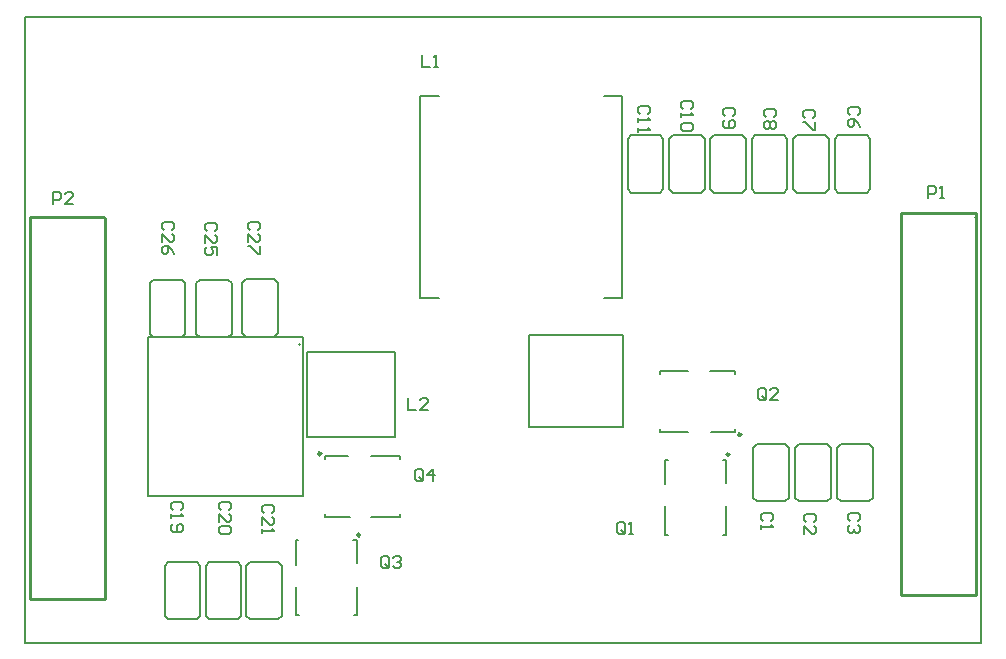
<source format=gto>
%FSLAX25Y25*%
%MOIN*%
G70*
G01*
G75*
%ADD10R,0.14410X0.09843*%
%ADD11R,0.14410X0.07874*%
%ADD12R,0.01969X0.06299*%
%ADD13R,0.03543X0.02126*%
%ADD14R,0.48504X0.15354*%
%ADD15R,0.09843X0.14410*%
%ADD16R,0.07874X0.14410*%
%ADD17R,0.06299X0.01969*%
%ADD18R,0.02126X0.03543*%
%ADD19R,0.10630X0.03937*%
%ADD20R,0.25590X0.07559*%
%ADD21C,0.00800*%
%ADD22R,0.49400X0.08100*%
%ADD23R,0.04800X0.94500*%
%ADD24R,0.18800X0.03900*%
%ADD25R,0.17900X0.04600*%
%ADD26R,0.19200X0.04500*%
%ADD27R,0.85300X0.11600*%
%ADD28R,0.04315X0.07664*%
%ADD29R,0.44671X0.11272*%
%ADD30R,0.44400X0.11000*%
%ADD31R,0.06900X0.15000*%
%ADD32R,0.06300X0.16900*%
%ADD33C,0.00500*%
%ADD34O,0.11811X0.09843*%
%ADD35R,0.11811X0.09843*%
%ADD36C,0.02000*%
%ADD37C,0.05000*%
%ADD38C,0.04000*%
%ADD39C,0.03000*%
%ADD40R,0.07087X0.13386*%
%ADD41O,0.01181X0.02756*%
%ADD42O,0.02756X0.01181*%
%ADD43R,0.02756X0.03347*%
%ADD44R,0.05118X0.03937*%
%ADD45R,0.03347X0.02756*%
%ADD46R,0.04800X0.92500*%
%ADD47R,0.02200X0.25827*%
%ADD48R,0.02300X0.29000*%
%ADD49C,0.01000*%
D33*
X211626Y-87394D02*
Y-86394D01*
Y-68094D02*
Y-67118D01*
X236626Y-87394D02*
Y-86294D01*
Y-67994D02*
Y-67118D01*
X211626D02*
X221075D01*
X228326D02*
X236626D01*
X211626Y-87394D02*
X221075D01*
X228826D02*
X236626D01*
X131740Y-42660D02*
Y24860D01*
X193059Y-42660D02*
X199260D01*
Y24860D01*
X193059D02*
X199260D01*
X131740Y-42660D02*
X137941D01*
X131740Y24860D02*
X137941D01*
X232726Y-121494D02*
X233726D01*
X213450D02*
X214426D01*
X232626Y-96494D02*
X233726D01*
X213450D02*
X214326D01*
X213450Y-121494D02*
Y-112045D01*
Y-104794D02*
Y-96494D01*
X233726Y-121494D02*
Y-112045D01*
Y-104294D02*
Y-96494D01*
X244002Y-91349D02*
X253450D01*
X244002Y-110443D02*
X253450D01*
Y-91349D02*
X254631Y-92530D01*
X242821D02*
X244002Y-91349D01*
X242821Y-109262D02*
X244002Y-110443D01*
X253450D02*
X254631Y-109262D01*
X242821D02*
Y-92530D01*
X254631Y-109262D02*
Y-92530D01*
X258002Y-91349D02*
X267450D01*
X258002Y-110443D02*
X267450D01*
Y-91349D02*
X268632Y-92530D01*
X256821D02*
X258002Y-91349D01*
X256821Y-109262D02*
X258002Y-110443D01*
X267450D02*
X268632Y-109262D01*
X256821D02*
Y-92530D01*
X268632Y-109262D02*
Y-92530D01*
X272002Y-91349D02*
X281450D01*
X272002Y-110443D02*
X281450D01*
Y-91349D02*
X282631Y-92530D01*
X270820D02*
X272002Y-91349D01*
X270820Y-109262D02*
X272002Y-110443D01*
X281450D02*
X282631Y-109262D01*
X270820D02*
Y-92530D01*
X282631Y-109262D02*
Y-92530D01*
X125000Y-96200D02*
Y-95200D01*
Y-115476D02*
Y-114500D01*
X100000Y-96300D02*
Y-95200D01*
Y-115476D02*
Y-114600D01*
X115551Y-115476D02*
X125000D01*
X100000D02*
X108300D01*
X115551Y-95200D02*
X125000D01*
X100000D02*
X107800D01*
X42876Y-55645D02*
X52324D01*
X42876Y-36550D02*
X52324D01*
X41695Y-54464D02*
X42876Y-55645D01*
X52324D02*
X53505Y-54464D01*
X52324Y-36550D02*
X53505Y-37732D01*
X41695D02*
X42876Y-36550D01*
X53505Y-54464D02*
Y-37732D01*
X41695Y-54464D02*
Y-37732D01*
X73776Y-55545D02*
X83224D01*
X73776Y-36450D02*
X83224D01*
X72594Y-54364D02*
X73776Y-55545D01*
X83224D02*
X84405Y-54364D01*
X83224Y-36450D02*
X84405Y-37631D01*
X72594D02*
X73776Y-36450D01*
X84405Y-54364D02*
Y-37631D01*
X72594Y-54364D02*
Y-37631D01*
X58376Y-55645D02*
X67824D01*
X58376Y-36550D02*
X67824D01*
X57195Y-54464D02*
X58376Y-55645D01*
X67824D02*
X69006Y-54464D01*
X67824Y-36550D02*
X69006Y-37732D01*
X57195D02*
X58376Y-36550D01*
X69006Y-54464D02*
Y-37732D01*
X57195Y-54464D02*
Y-37732D01*
X109626Y-148300D02*
X110626D01*
X90350D02*
X91326D01*
X109526Y-123300D02*
X110626D01*
X90350D02*
X91226D01*
X90350Y-148300D02*
Y-138851D01*
Y-131600D02*
Y-123300D01*
X110626Y-148300D02*
Y-138851D01*
Y-131100D02*
Y-123300D01*
X47902Y-130655D02*
X57350D01*
X47902Y-149750D02*
X57350D01*
Y-130655D02*
X58531Y-131836D01*
X46720D02*
X47902Y-130655D01*
X46720Y-148568D02*
X47902Y-149750D01*
X57350D02*
X58531Y-148568D01*
X46720D02*
Y-131836D01*
X58531Y-148568D02*
Y-131836D01*
X61502Y-130655D02*
X70950D01*
X61502Y-149750D02*
X70950D01*
Y-130655D02*
X72132Y-131836D01*
X60321D02*
X61502Y-130655D01*
X60321Y-148568D02*
X61502Y-149750D01*
X70950D02*
X72132Y-148568D01*
X60321D02*
Y-131836D01*
X72132Y-148568D02*
Y-131836D01*
X75102Y-130655D02*
X84550D01*
X75102Y-149750D02*
X84550D01*
Y-130655D02*
X85732Y-131836D01*
X73921D02*
X75102Y-130655D01*
X73921Y-148568D02*
X75102Y-149750D01*
X84550D02*
X85732Y-148568D01*
X73921D02*
Y-131836D01*
X85732Y-148568D02*
Y-131836D01*
X91294Y-57975D02*
X91694Y-58375D01*
X1772Y-142964D02*
X1872Y-143065D01*
X316926Y-15675D02*
X317126Y-15875D01*
X94000Y-60553D02*
X123528D01*
Y-88900D02*
Y-60553D01*
X94000Y-88900D02*
X123528D01*
X94000D02*
Y-60553D01*
X243576Y-7545D02*
X253024D01*
X243576Y11550D02*
X253024D01*
X242394Y-6364D02*
X243576Y-7545D01*
X253024D02*
X254205Y-6364D01*
X253024Y11550D02*
X254205Y10368D01*
X242394D02*
X243576Y11550D01*
X254205Y-6364D02*
Y10368D01*
X242394Y-6364D02*
Y10368D01*
X257376Y-7545D02*
X266824D01*
X257376Y11550D02*
X266824D01*
X256194Y-6364D02*
X257376Y-7545D01*
X266824D02*
X268005Y-6364D01*
X266824Y11550D02*
X268005Y10368D01*
X256194D02*
X257376Y11550D01*
X268005Y-6364D02*
Y10368D01*
X256194Y-6364D02*
Y10368D01*
X271176Y-7545D02*
X280624D01*
X271176Y11550D02*
X280624D01*
X269994Y-6364D02*
X271176Y-7545D01*
X280624D02*
X281805Y-6364D01*
X280624Y11550D02*
X281805Y10368D01*
X269994D02*
X271176Y11550D01*
X281805Y-6364D02*
Y10368D01*
X269994Y-6364D02*
Y10368D01*
X202176Y-7545D02*
X211624D01*
X202176Y11550D02*
X211624D01*
X200994Y-6364D02*
X202176Y-7545D01*
X211624D02*
X212806Y-6364D01*
X211624Y11550D02*
X212806Y10368D01*
X200994D02*
X202176Y11550D01*
X212806Y-6364D02*
Y10368D01*
X200994Y-6364D02*
Y10368D01*
X215976Y-7545D02*
X225424D01*
X215976Y11550D02*
X225424D01*
X214794Y-6364D02*
X215976Y-7545D01*
X225424D02*
X226606Y-6364D01*
X225424Y11550D02*
X226606Y10368D01*
X214794D02*
X215976Y11550D01*
X226606Y-6364D02*
Y10368D01*
X214794Y-6364D02*
Y10368D01*
X229776Y-7545D02*
X239224D01*
X229776Y11550D02*
X239224D01*
X228594Y-6364D02*
X229776Y-7545D01*
X239224D02*
X240406Y-6364D01*
X239224Y11550D02*
X240406Y10368D01*
X228594D02*
X229776Y11550D01*
X240406Y-6364D02*
Y10368D01*
X228594Y-6364D02*
Y10368D01*
X52032Y-113266D02*
X52699Y-112599D01*
Y-111267D01*
X52032Y-110600D01*
X49366D01*
X48700Y-111267D01*
Y-112599D01*
X49366Y-113266D01*
X48700Y-114599D02*
Y-115932D01*
Y-115265D01*
X52699D01*
X52032Y-114599D01*
X49366Y-117931D02*
X48700Y-118597D01*
Y-119930D01*
X49366Y-120597D01*
X52032D01*
X52699Y-119930D01*
Y-118597D01*
X52032Y-117931D01*
X51366D01*
X50699Y-118597D01*
Y-120597D01*
X68032Y-113266D02*
X68699Y-112599D01*
Y-111267D01*
X68032Y-110600D01*
X65366D01*
X64700Y-111267D01*
Y-112599D01*
X65366Y-113266D01*
X64700Y-117264D02*
Y-114599D01*
X67366Y-117264D01*
X68032D01*
X68699Y-116598D01*
Y-115265D01*
X68032Y-114599D01*
Y-118597D02*
X68699Y-119264D01*
Y-120597D01*
X68032Y-121263D01*
X65366D01*
X64700Y-120597D01*
Y-119264D01*
X65366Y-118597D01*
X68032D01*
X82432Y-114366D02*
X83099Y-113699D01*
Y-112366D01*
X82432Y-111700D01*
X79766D01*
X79100Y-112366D01*
Y-113699D01*
X79766Y-114366D01*
X79100Y-118365D02*
Y-115699D01*
X81766Y-118365D01*
X82432D01*
X83099Y-117698D01*
Y-116365D01*
X82432Y-115699D01*
X79100Y-119697D02*
Y-121030D01*
Y-120364D01*
X83099D01*
X82432Y-119697D01*
X263032Y-117366D02*
X263699Y-116699D01*
Y-115366D01*
X263032Y-114700D01*
X260366D01*
X259700Y-115366D01*
Y-116699D01*
X260366Y-117366D01*
X259700Y-121364D02*
Y-118699D01*
X262366Y-121364D01*
X263032D01*
X263699Y-120698D01*
Y-119365D01*
X263032Y-118699D01*
X277732Y-116966D02*
X278399Y-116299D01*
Y-114966D01*
X277732Y-114300D01*
X275066D01*
X274400Y-114966D01*
Y-116299D01*
X275066Y-116966D01*
X277732Y-118299D02*
X278399Y-118965D01*
Y-120298D01*
X277732Y-120965D01*
X277066D01*
X276399Y-120298D01*
Y-119632D01*
Y-120298D01*
X275733Y-120965D01*
X275066D01*
X274400Y-120298D01*
Y-118965D01*
X275066Y-118299D01*
X63506Y-20266D02*
X64173Y-19599D01*
Y-18267D01*
X63506Y-17600D01*
X60840D01*
X60174Y-18267D01*
Y-19599D01*
X60840Y-20266D01*
X60174Y-24264D02*
Y-21599D01*
X62840Y-24264D01*
X63506D01*
X64173Y-23598D01*
Y-22265D01*
X63506Y-21599D01*
X64173Y-28263D02*
Y-25597D01*
X62173D01*
X62840Y-26930D01*
Y-27597D01*
X62173Y-28263D01*
X60840D01*
X60174Y-27597D01*
Y-26264D01*
X60840Y-25597D01*
X49106Y-19966D02*
X49773Y-19299D01*
Y-17966D01*
X49106Y-17300D01*
X46441D01*
X45774Y-17966D01*
Y-19299D01*
X46441Y-19966D01*
X45774Y-23965D02*
Y-21299D01*
X48440Y-23965D01*
X49106D01*
X49773Y-23298D01*
Y-21965D01*
X49106Y-21299D01*
X49773Y-27963D02*
X49106Y-26630D01*
X47773Y-25297D01*
X46441D01*
X45774Y-25964D01*
Y-27297D01*
X46441Y-27963D01*
X47107D01*
X47773Y-27297D01*
Y-25297D01*
X77606Y-19866D02*
X78273Y-19199D01*
Y-17866D01*
X77606Y-17200D01*
X74941D01*
X74274Y-17866D01*
Y-19199D01*
X74941Y-19866D01*
X74274Y-23865D02*
Y-21199D01*
X76940Y-23865D01*
X77606D01*
X78273Y-23198D01*
Y-21865D01*
X77606Y-21199D01*
X78273Y-25197D02*
Y-27863D01*
X77606D01*
X74941Y-25197D01*
X74274D01*
X248632Y-116966D02*
X249299Y-116299D01*
Y-114966D01*
X248632Y-114300D01*
X245966D01*
X245300Y-114966D01*
Y-116299D01*
X245966Y-116966D01*
X245300Y-118299D02*
Y-119632D01*
Y-118965D01*
X249299D01*
X248632Y-118299D01*
X132450Y38249D02*
Y34250D01*
X135116D01*
X136449D02*
X137782D01*
X137115D01*
Y38249D01*
X136449Y37582D01*
X301200Y-9200D02*
Y-5201D01*
X303199D01*
X303866Y-5868D01*
Y-7201D01*
X303199Y-7867D01*
X301200D01*
X305199Y-9200D02*
X306532D01*
X305865D01*
Y-5201D01*
X305199Y-5868D01*
X9400Y-11200D02*
Y-7201D01*
X11399D01*
X12066Y-7868D01*
Y-9201D01*
X11399Y-9867D01*
X9400D01*
X16064Y-11200D02*
X13399D01*
X16064Y-8534D01*
Y-7868D01*
X15398Y-7201D01*
X14065D01*
X13399Y-7868D01*
X121466Y-131834D02*
Y-129168D01*
X120799Y-128501D01*
X119466D01*
X118800Y-129168D01*
Y-131834D01*
X119466Y-132500D01*
X120799D01*
X120133Y-131167D02*
X121466Y-132500D01*
X120799D02*
X121466Y-131834D01*
X122799Y-129168D02*
X123465Y-128501D01*
X124798D01*
X125464Y-129168D01*
Y-129834D01*
X124798Y-130501D01*
X124132D01*
X124798D01*
X125464Y-131167D01*
Y-131834D01*
X124798Y-132500D01*
X123465D01*
X122799Y-131834D01*
X132840Y-102934D02*
Y-100268D01*
X132173Y-99601D01*
X130841D01*
X130174Y-100268D01*
Y-102934D01*
X130841Y-103600D01*
X132173D01*
X131507Y-102267D02*
X132840Y-103600D01*
X132173D02*
X132840Y-102934D01*
X136172Y-103600D02*
Y-99601D01*
X134173Y-101601D01*
X136838D01*
X246966Y-76034D02*
Y-73368D01*
X246299Y-72701D01*
X244966D01*
X244300Y-73368D01*
Y-76034D01*
X244966Y-76700D01*
X246299D01*
X245633Y-75367D02*
X246966Y-76700D01*
X246299D02*
X246966Y-76034D01*
X250964Y-76700D02*
X248299D01*
X250964Y-74034D01*
Y-73368D01*
X250298Y-72701D01*
X248965D01*
X248299Y-73368D01*
X200166Y-120733D02*
Y-118068D01*
X199499Y-117401D01*
X198167D01*
X197500Y-118068D01*
Y-120733D01*
X198167Y-121400D01*
X199499D01*
X198833Y-120067D02*
X200166Y-121400D01*
X199499D02*
X200166Y-120733D01*
X201499Y-121400D02*
X202832D01*
X202165D01*
Y-117401D01*
X201499Y-118068D01*
X127600Y-76001D02*
Y-80000D01*
X130266D01*
X134265D02*
X131599D01*
X134265Y-77334D01*
Y-76668D01*
X133598Y-76001D01*
X132265D01*
X131599Y-76668D01*
X249906Y17828D02*
X250573Y18494D01*
Y19827D01*
X249906Y20494D01*
X247240D01*
X246574Y19827D01*
Y18494D01*
X247240Y17828D01*
X249906Y16495D02*
X250573Y15829D01*
Y14496D01*
X249906Y13829D01*
X249240D01*
X248573Y14496D01*
X247907Y13829D01*
X247240D01*
X246574Y14496D01*
Y15829D01*
X247240Y16495D01*
X247907D01*
X248573Y15829D01*
X249240Y16495D01*
X249906D01*
X248573Y15829D02*
Y14496D01*
X262606Y17328D02*
X263273Y17994D01*
Y19327D01*
X262606Y19994D01*
X259941D01*
X259274Y19327D01*
Y17994D01*
X259941Y17328D01*
X263273Y15995D02*
Y13329D01*
X262606D01*
X259941Y15995D01*
X259274D01*
X277806Y18528D02*
X278473Y19194D01*
Y20527D01*
X277806Y21194D01*
X275141D01*
X274474Y20527D01*
Y19194D01*
X275141Y18528D01*
X278473Y14529D02*
X277806Y15862D01*
X276473Y17195D01*
X275141D01*
X274474Y16529D01*
Y15196D01*
X275141Y14529D01*
X275807D01*
X276473Y15196D01*
Y17195D01*
X207806Y18728D02*
X208473Y19394D01*
Y20727D01*
X207806Y21394D01*
X205140D01*
X204474Y20727D01*
Y19394D01*
X205140Y18728D01*
X204474Y17395D02*
Y16062D01*
Y16728D01*
X208473D01*
X207806Y17395D01*
X204474Y14063D02*
Y12730D01*
Y13396D01*
X208473D01*
X207806Y14063D01*
X222206Y20228D02*
X222873Y20894D01*
Y22227D01*
X222206Y22894D01*
X219541D01*
X218874Y22227D01*
Y20894D01*
X219541Y20228D01*
X218874Y18895D02*
Y17562D01*
Y18228D01*
X222873D01*
X222206Y18895D01*
Y15563D02*
X222873Y14896D01*
Y13563D01*
X222206Y12897D01*
X219541D01*
X218874Y13563D01*
Y14896D01*
X219541Y15563D01*
X222206D01*
X236106Y17928D02*
X236773Y18594D01*
Y19927D01*
X236106Y20594D01*
X233440D01*
X232774Y19927D01*
Y18594D01*
X233440Y17928D01*
Y16595D02*
X232774Y15928D01*
Y14596D01*
X233440Y13929D01*
X236106D01*
X236773Y14596D01*
Y15928D01*
X236106Y16595D01*
X235440D01*
X234773Y15928D01*
Y13929D01*
X0Y51200D02*
X318898D01*
Y-157480D02*
Y51200D01*
X0Y-157480D02*
X318898D01*
X0D02*
Y51200D01*
X41100Y-55700D02*
X92600D01*
X41100Y-108600D02*
Y-55700D01*
Y-108600D02*
X92600D01*
Y-55700D01*
X168000Y-85500D02*
X199300D01*
X168000Y-55000D02*
X199300D01*
Y-85500D02*
Y-55000D01*
X168000Y-85500D02*
Y-55000D01*
D49*
X238826Y-88094D02*
G03*
X238826Y-88094I-500J0D01*
G01*
X234926Y-94794D02*
G03*
X234926Y-94794I-500J0D01*
G01*
X98800Y-94500D02*
G03*
X98800Y-94500I-500J0D01*
G01*
X111826Y-121600D02*
G03*
X111826Y-121600I-500J0D01*
G01*
X26673Y-143065D02*
Y-15864D01*
X1870Y-143065D02*
X26673D01*
X1772Y-15764D02*
X26575D01*
X1772Y-142964D02*
Y-15764D01*
X317126Y-141717D02*
Y-14516D01*
X292323Y-141717D02*
X317126D01*
X292224Y-14416D02*
X317028D01*
X292224Y-141616D02*
Y-14416D01*
M02*

</source>
